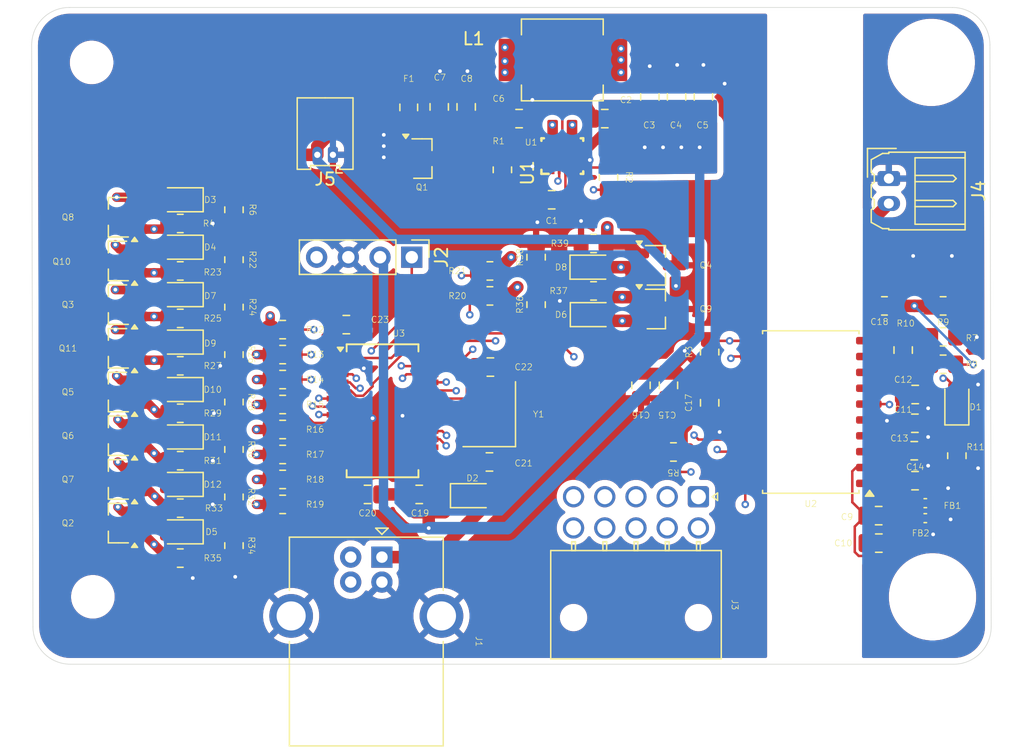
<source format=kicad_pcb>
(kicad_pcb
	(version 20241229)
	(generator "pcbnew")
	(generator_version "9.0")
	(general
		(thickness 1.6)
		(legacy_teardrops no)
	)
	(paper "A4")
	(layers
		(0 "F.Cu" signal)
		(4 "In1.Cu" signal)
		(6 "In2.Cu" signal)
		(2 "B.Cu" signal)
		(9 "F.Adhes" user "F.Adhesive")
		(11 "B.Adhes" user "B.Adhesive")
		(13 "F.Paste" user)
		(15 "B.Paste" user)
		(5 "F.SilkS" user "F.Silkscreen")
		(7 "B.SilkS" user "B.Silkscreen")
		(1 "F.Mask" user)
		(3 "B.Mask" user)
		(17 "Dwgs.User" user "User.Drawings")
		(19 "Cmts.User" user "User.Comments")
		(21 "Eco1.User" user "User.Eco1")
		(23 "Eco2.User" user "User.Eco2")
		(25 "Edge.Cuts" user)
		(27 "Margin" user)
		(31 "F.CrtYd" user "F.Courtyard")
		(29 "B.CrtYd" user "B.Courtyard")
		(35 "F.Fab" user)
		(33 "B.Fab" user)
		(39 "User.1" user)
		(41 "User.2" user)
		(43 "User.3" user)
		(45 "User.4" user)
	)
	(setup
		(stackup
			(layer "F.SilkS"
				(type "Top Silk Screen")
			)
			(layer "F.Paste"
				(type "Top Solder Paste")
			)
			(layer "F.Mask"
				(type "Top Solder Mask")
				(thickness 0.01)
			)
			(layer "F.Cu"
				(type "copper")
				(thickness 0.035)
			)
			(layer "dielectric 1"
				(type "prepreg")
				(thickness 0.1)
				(material "FR4")
				(epsilon_r 4.5)
				(loss_tangent 0.02)
			)
			(layer "In1.Cu"
				(type "copper")
				(thickness 0.035)
			)
			(layer "dielectric 2"
				(type "core")
				(thickness 1.24)
				(material "FR4")
				(epsilon_r 4.5)
				(loss_tangent 0.02)
			)
			(layer "In2.Cu"
				(type "copper")
				(thickness 0.035)
			)
			(layer "dielectric 3"
				(type "prepreg")
				(thickness 0.1)
				(material "FR4")
				(epsilon_r 4.5)
				(loss_tangent 0.02)
			)
			(layer "B.Cu"
				(type "copper")
				(thickness 0.035)
			)
			(layer "B.Mask"
				(type "Bottom Solder Mask")
				(thickness 0.01)
			)
			(layer "B.Paste"
				(type "Bottom Solder Paste")
			)
			(layer "B.SilkS"
				(type "Bottom Silk Screen")
			)
			(copper_finish "None")
			(dielectric_constraints no)
		)
		(pad_to_mask_clearance 0)
		(allow_soldermask_bridges_in_footprints no)
		(tenting front back)
		(pcbplotparams
			(layerselection 0x00000000_00000000_55555555_5755f5ff)
			(plot_on_all_layers_selection 0x00000000_00000000_00000000_00000000)
			(disableapertmacros no)
			(usegerberextensions no)
			(usegerberattributes yes)
			(usegerberadvancedattributes yes)
			(creategerberjobfile yes)
			(dashed_line_dash_ratio 12.000000)
			(dashed_line_gap_ratio 3.000000)
			(svgprecision 4)
			(plotframeref no)
			(mode 1)
			(useauxorigin no)
			(hpglpennumber 1)
			(hpglpenspeed 20)
			(hpglpendiameter 15.000000)
			(pdf_front_fp_property_popups yes)
			(pdf_back_fp_property_popups yes)
			(pdf_metadata yes)
			(pdf_single_document no)
			(dxfpolygonmode yes)
			(dxfimperialunits yes)
			(dxfusepcbnewfont yes)
			(psnegative no)
			(psa4output no)
			(plot_black_and_white yes)
			(sketchpadsonfab no)
			(plotpadnumbers no)
			(hidednponfab no)
			(sketchdnponfab yes)
			(crossoutdnponfab yes)
			(subtractmaskfromsilk no)
			(outputformat 1)
			(mirror no)
			(drillshape 1)
			(scaleselection 1)
			(outputdirectory "")
		)
	)
	(net 0 "")
	(net 1 "GND")
	(net 2 "Net-(U1-VAUX)")
	(net 3 "+5V")
	(net 4 "Net-(Q1-D)")
	(net 5 "Net-(U2-DCDC_OUT)")
	(net 6 "Net-(U2-DCDC_HGND)")
	(net 7 "GNDPWR")
	(net 8 "Net-(U2-HLDO_OUT)")
	(net 9 "Net-(U2-HLDO_IN)")
	(net 10 "Net-(U2-DCDC_CAP)")
	(net 11 "Net-(U2-AIN0N)")
	(net 12 "Net-(U2-AIN0P)")
	(net 13 "Net-(U3-PA0)")
	(net 14 "XTALHF2")
	(net 15 "Net-(U3-PC0)")
	(net 16 "Net-(D1-A)")
	(net 17 "Net-(D1-K)")
	(net 18 "Net-(D2-A)")
	(net 19 "/uC/OUT1")
	(net 20 "/uC/OUT2")
	(net 21 "/uC/OUT8")
	(net 22 "/uC/OUT9")
	(net 23 "/uC/OUT3")
	(net 24 "/uC/OUT10")
	(net 25 "/uC/OUT4")
	(net 26 "/uC/OUT5")
	(net 27 "/uC/OUT6")
	(net 28 "/uC/OUT7")
	(net 29 "Net-(Q1-S)")
	(net 30 "+12V")
	(net 31 "Net-(J1-D+)")
	(net 32 "Net-(J1-D-)")
	(net 33 "Net-(J2-Pin_4)")
	(net 34 "Net-(J2-Pin_1)")
	(net 35 "Net-(U1-L2)")
	(net 36 "Net-(U1-L1)")
	(net 37 "/uC/Gate8")
	(net 38 "/uC/Gate3")
	(net 39 "/uC/Gate10")
	(net 40 "/uC/Gate5")
	(net 41 "/uC/Gate6")
	(net 42 "/uC/Gate7")
	(net 43 "/uC/Gate1")
	(net 44 "/uC/Gate9")
	(net 45 "/uC/Gate2")
	(net 46 "/uC/Gate4")
	(net 47 "Net-(U1-EN)")
	(net 48 "Net-(U1-PG)")
	(net 49 "MISO")
	(net 50 "Net-(R10-Pad1)")
	(net 51 "VBUS")
	(net 52 "Net-(U3-PD0)")
	(net 53 "Net-(U3-PD1)")
	(net 54 "Net-(U3-PD2)")
	(net 55 "Net-(U3-PD3)")
	(net 56 "Net-(U3-PD4)")
	(net 57 "Net-(U3-PD5)")
	(net 58 "Net-(U3-PD6)")
	(net 59 "Net-(U3-VREFA{slash}PD7)")
	(net 60 "Net-(U3-PA2)")
	(net 61 "Net-(U3-PA3)")
	(net 62 "unconnected-(U2-NC-Pad8)")
	(net 63 "CLKOUT")
	(net 64 "MOSI")
	(net 65 "SCK")
	(net 66 "unconnected-(U2-NC-Pad7)")
	(net 67 "unconnected-(U3-XTAL32K1{slash}PF0-Pad16)")
	(net 68 "unconnected-(U3-AVDD-Pad14)")
	(net 69 "unconnected-(U3-XTAL32K2{slash}PF1-Pad17)")
	(net 70 "RESET")
	(net 71 "unconnected-(U2-DRDY-Pad16)")
	(net 72 "Net-(D3-K)")
	(net 73 "Net-(D4-K)")
	(net 74 "Net-(D5-K)")
	(net 75 "Net-(D6-K)")
	(net 76 "Net-(D7-K)")
	(net 77 "Net-(D8-K)")
	(net 78 "Net-(D9-K)")
	(net 79 "Net-(D10-K)")
	(net 80 "Net-(D11-K)")
	(net 81 "Net-(D12-K)")
	(footprint "Resistor_SMD:R_0805_2012Metric_Pad1.20x1.40mm_HandSolder" (layer "F.Cu") (at 154.6 100.7 -90))
	(footprint "Capacitor_SMD:C_0805_2012Metric_Pad1.18x1.45mm_HandSolder" (layer "F.Cu") (at 209.0875 112.2))
	(footprint "Connector_Molex:Molex_Micro-Latch_53254-0270_1x02_P2.00mm_Horizontal" (layer "F.Cu") (at 207.05 90.4 -90))
	(footprint "Capacitor_SMD:C_0805_2012Metric_Pad1.18x1.45mm_HandSolder" (layer "F.Cu") (at 192.7 108.3625 90))
	(footprint "Diode_SMD:D_0805_2012Metric_Pad1.15x1.40mm_HandSolder" (layer "F.Cu") (at 173.8 115.8))
	(footprint "Resistor_SMD:R_0805_2012Metric_Pad1.20x1.40mm_HandSolder" (layer "F.Cu") (at 206.7 100.6 180))
	(footprint "Resistor_SMD:R_0805_2012Metric_Pad1.20x1.40mm_HandSolder" (layer "F.Cu") (at 192.7 104.3 90))
	(footprint "Resistor_SMD:R_0805_2012Metric_Pad1.20x1.40mm_HandSolder" (layer "F.Cu") (at 158.5 108.5))
	(footprint "LED_SMD:LED_0805_2012Metric_Pad1.15x1.40mm_HandSolder" (layer "F.Cu") (at 183.375 97.5))
	(footprint "LED_SMD:LED_0805_2012Metric_Pad1.15x1.40mm_HandSolder" (layer "F.Cu") (at 212.5 108.275 90))
	(footprint "Resistor_SMD:R_0805_2012Metric_Pad1.20x1.40mm_HandSolder" (layer "F.Cu") (at 178.8 100.5 90))
	(footprint "Connector_USB:USB_B_OST_USB-B1HSxx_Horizontal" (layer "F.Cu") (at 166.45 120.7225 -90))
	(footprint "Capacitor_SMD:C_0805_2012Metric_Pad1.18x1.45mm_HandSolder" (layer "F.Cu") (at 208.2 104.1375 -90))
	(footprint "Package_TO_SOT_SMD:SOT-23_Handsoldering" (layer "F.Cu") (at 145.3 97 180))
	(footprint "Capacitor_SMD:C_0805_2012Metric_Pad1.18x1.45mm_HandSolder" (layer "F.Cu") (at 177.4375 85.6))
	(footprint "Inductor_SMD:L_0402_1005Metric_Pad0.77x0.64mm_HandSolder" (layer "F.Cu") (at 209.9725 116.4 180))
	(footprint "Resistor_SMD:R_0805_2012Metric_Pad1.20x1.40mm_HandSolder" (layer "F.Cu") (at 154.6 104.5 -90))
	(footprint "Capacitor_SMD:C_0805_2012Metric_Pad1.18x1.45mm_HandSolder" (layer "F.Cu") (at 206.2375 117.4 180))
	(footprint "Package_TO_SOT_SMD:SOT-23_Handsoldering" (layer "F.Cu") (at 188.4 97.35))
	(footprint "Capacitor_SMD:C_0805_2012Metric_Pad1.18x1.45mm_HandSolder" (layer "F.Cu") (at 165.3 115.7 180))
	(footprint "Fuse:Fuse_0805_2012Metric_Pad1.15x1.40mm_HandSolder" (layer "F.Cu") (at 168.6 84.7 -90))
	(footprint "Connector_Molex:Molex_Nano-Fit_105314-xx10_2x05_P2.50mm_Horizontal" (layer "F.Cu") (at 191.8 115.885 -90))
	(footprint "Resistor_SMD:R_0805_2012Metric_Pad1.20x1.40mm_HandSolder" (layer "F.Cu") (at 150.3 116.8))
	(footprint "Resistor_SMD:R_0805_2012Metric_Pad1.20x1.40mm_HandSolder" (layer "F.Cu") (at 211.4 100.6 180))
	(footprint "Inductor_SMD:L_Vishay_IHLP-2525" (layer "F.Cu") (at 180.9 80.9))
	(footprint "Package_TO_SOT_SMD:SOT-23_Handsoldering" (layer "F.Cu") (at 145.3 118 180))
	(footprint "Capacitor_SMD:C_0805_2012Metric_Pad1.18x1.45mm_HandSolder" (layer "F.Cu") (at 190.05 83.8625 90))
	(footprint "Package_TO_SOT_SMD:SOT-23_Handsoldering" (layer "F.Cu") (at 145.3 107.5 180))
	(footprint "LED_SMD:LED_0805_2012Metric_Pad1.15x1.40mm_HandSolder" (layer "F.Cu") (at 150.275 95.9 180))
	(footprint "Resistor_SMD:R_0805_2012Metric_Pad1.20x1.40mm_HandSolder" (layer "F.Cu") (at 158.5 104.5))
	(footprint "Resistor_SMD:R_0805_2012Metric_Pad1.20x1.40mm_HandSolder" (layer "F.Cu") (at 158.5 112.5))
	(footprint "Inductor_SMD:L_0402_1005Metric_Pad0.77x0.64mm_HandSolder" (layer "F.Cu") (at 209.9725 117.6 180))
	(footprint "Package_TO_SOT_SMD:SOT-23_Handsoldering" (layer "F.Cu") (at 145.3 93.5 180))
	(footprint "Package_TO_SOT_SMD:SOT-23_Handsoldering" (layer "F.Cu") (at 169.7 88.8))
	(footprint "Resistor_SMD:R_0805_2012Metric_Pad1.20x1.40mm_HandSolder" (layer "F.Cu") (at 150.3 97.8))
	(footprint "Capacitor_SMD:C_0805_2012Metric_Pad1.18x1.45mm_HandSolder" (layer "F.Cu") (at 175.1375 105.5))
	(footprint "Resistor_SMD:R_0805_2012Metric_Pad1.20x1.40mm_HandSolder" (layer "F.Cu") (at 183.4 99.4 180))
	(footprint "LED_SMD:LED_0805_2012Metric_Pad1.15x1.40mm_HandSolder" (layer "F.Cu") (at 150.275 114.9 180))
	(footprint "LED_SMD:LED_0805_2012Metric_Pad1.15x1.40mm_HandSolder" (layer "F.Cu") (at 150.275 111.1 180))
	(footprint "Package_SO:SOIC-20W_7.5x12.8mm_P1.27mm"
		(layer "F.Cu")
		(uuid "621700e6-2823-405e-80f0-82805db7a447")
		(at 200.8 109.1 180)
		(descr "SOIC, 20 Pin (JEDEC MS-013AC, https://www.analog.com/media/en/package-pcb-resources/package/233848rw_20.pdf), generated with kicad-footprint-generator ipc_gullwing_generator.py")
		(tags "SOIC SO")
		(property "Reference" "U2"
			(at 0 -7.35 0)
			(unlocked yes)
			(layer "F.SilkS")
			(uuid "f6f4b7c8-6eb4-468d-8a8c-0f9e3e5e4a7c")
			(effects
				(font
					(size 0.5 0.5)
					(thickness 0.05)
				)
			)
		)
		(property "Value" "AMC131M01"
			(at 0 7.35 0)
			(layer "F.Fab")
			(uuid "d89740e5-fb62-4696-8ef1-68c7a5fb90f9")
			(effects
				(font
					(size 1 1)
					(thickness 0.15)
				)
			)
		)
		(property "Datasheet" "https://www.ti.com/lit/ds/symlink/amc131m01.pdf?ts=1763554907629"
			(at 0 0 0)
			(layer "F.Fab")
			(hide yes)
			(uuid "eb3d7d53-db06-4144-a55f-dd394407db49")
			(effects
				(font
					(size 1.27 1.27)
					(thickness 0.15)
				)
			)
		)
		(property "Description" ""
			(at 0 0 0)
			(layer "F.Fab")
			(hide yes)
			(uuid "617640ea-521e-42b8-8068-88f3f2fb427b")
			(effects
				(font
					(size 1.27 1.27)
					(thickness 0.15)
				)
			)
		)
		(property ki_fp_filters "DFM0020A-IPC_A DFM0020A-IPC_B DFM0020A-IPC_C DFM0020A-MFG")
		(path "/e22da67a-22c2-48dd-a548-e19c56bdc663/6495b124-e70b-4ba0-8574-d9f3c9e04d6f")
		(sheetname "/Voltage_Sensor/")
		(sheetfile "Voltage_Sensor.kicad_sch")
		(attr smd)
		(fp_line
			(start 3.86 6.51)
			(end 3.86 6.275)
			(stroke
				(width 0.12)
				(type solid)
			)
			(layer "F.SilkS")
			(uuid "47dae22f-5d9b-4f0a-adc4-0c78d89693c8")
		)
		(fp_line
			(start 3.86 -6.51)
			(end 3.86 -6.275)
			(stroke
				(width 0.12)
				(type solid)
			)
			(layer "F.SilkS")
			(uuid "fe93ea4f-e293-4dff-8f0b-5530752d37bb")
		)
		(fp_line
			(start 0 6.51)
			(end 3.86 6.51)
			(stroke
				(width 0.12)
				(type solid)
			)
			(layer "F.SilkS")
			(uuid "f57e49ba-7715-4294-a16d-72aeaa45e32d")
		)
		(fp_line
			(start 0 6.51)
			(end -3.86 6.51)
			(stroke
				(width 0.12)
				(type solid)
			)
			(layer "F.SilkS")
			(uuid "b563f0e9-e1c2-48ef-9f9d-7fb900f77eee")
		)
		(fp_line
			(start 0 -6.51)
			(end 3.86 -6.51)
			(stroke
				(width 0.12)
				(type solid)
			)
			(layer "F.SilkS")
			(uuid "48e72b9a-b402-4548-a5cb-8da796c3d960")
		)
		(fp_line
			(start 0 -6.51)
			(end -3.86 -6.51)
			(stroke
				(width 0.12)
				(type solid)
			)
			(layer "F.SilkS")
			(uuid "034cd716-51cf-4f88-b99e-0c35053ae4a4")
		)
		(fp_line
			(start -3.86 6.51)
			(end -3.86 6.275)
			(stroke
				(width 0.12)
				(type solid)
			)
			(layer "F.SilkS")
			(uuid "00f7d522-b28d-497b-963c-29d43380417f")
		)
		(fp_line
			(start -3.86 -6.51)
			(end -3.86 -6.275)
			(stroke
				(width 0.12)
				(type solid)
			)
			(layer "F.SilkS")
			(uuid "e625ca4d-6de9-4244-a516-809b0dec2388")
		)
		(fp_poly
			(pts
				(xy -4.7125 -6.275) (xy -5.0525 -6.745) (xy -4.3725 -6.745)
			)
			(stroke
				(width 0.12)
				(type solid)
			)
			(fill yes)
			(layer "F.SilkS")
			(uuid "21732d01-8b2c-4062-b9f6-909ee31d8af9")
		)
		(fp_rect
			(start -5.93 -6.65)
			(end 5.93 6.65)
			(stroke
				(width 0.05)
				(type solid)
			)
			(fill no)
			(layer "F.CrtYd")
			(uuid "7f527f58-f399-4e7c-ba47-ce37248199d5")
		)
		(fp_line
			(start 3.75 6.4)
			(end -3.75 6.4)
			(stroke
				(width 0.1)
				(type solid)
			)
			(layer "F.Fab")
			(uuid "4d32111f-6e22-4752-9270-4ee60fb941d1")
		)
		(fp_line
			(start 3.75 -6.4)
			(end 3.75 6.4)
			(stroke
				(width 0.1)
				(type solid)
			)
			(layer "F.Fab")
			(uuid "47629bf4-70d9-48c1-894b-5edbab222e91")
		)
		(fp_line
			(start -2.75 -6.4)
			(end 3.75 -6.4)
			(stroke
				(width 0.1)
				(type solid)
			)
			(layer "F.Fab")
			(uuid "517feb56-1b98-4285-8ba8-534347a04eb6")
		)
		(fp_line
			(start -3.75 6.4)
			(end -3.75 -5.4)
			(stroke
				(width 0.1)
				(type solid)
			)
			(layer "F.
... [1009038 chars truncated]
</source>
